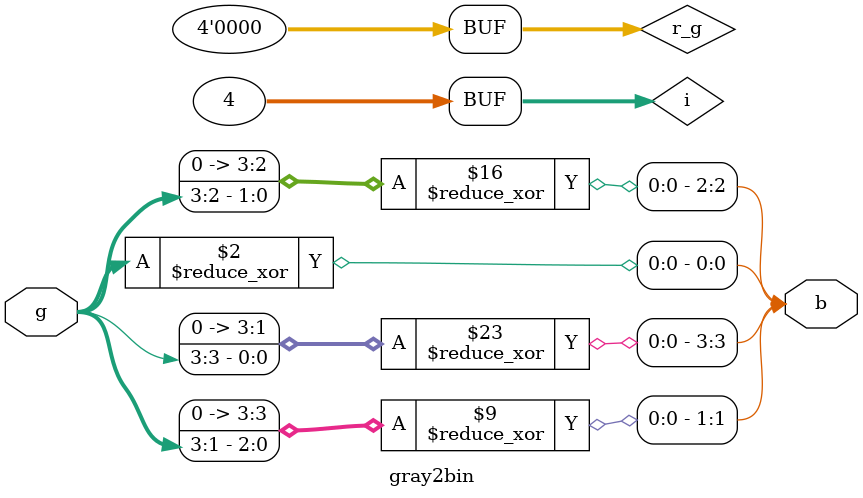
<source format=v>
module gray2bin
	#(parameter n = 4)
	(
		input  [n-1:0]g,
		output reg [n-1:0]b
	);
integer i;
reg [n-1:0]r_g; 
	always @*
		begin
		i =0;
		r_g = g;
	repeat(n)begin
		b[i] = ^r_g;
		r_g = r_g>>>1;
		i = i+1;
	end 
	end
endmodule
</source>
